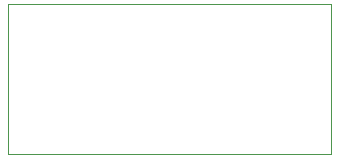
<source format=gbr>
%TF.GenerationSoftware,KiCad,Pcbnew,5.1.4-3.fc31*%
%TF.CreationDate,2019-11-21T18:34:14+01:00*%
%TF.ProjectId,barrel-jack-to-pcb,62617272-656c-42d6-9a61-636b2d746f2d,1.0*%
%TF.SameCoordinates,PX68c4118PY55fe290*%
%TF.FileFunction,Profile,NP*%
%FSLAX46Y46*%
G04 Gerber Fmt 4.6, Leading zero omitted, Abs format (unit mm)*
G04 Created by KiCad (PCBNEW 5.1.4-3.fc31) date 2019-11-21 18:34:14*
%MOMM*%
%LPD*%
G04 APERTURE LIST*
%ADD10C,0.050000*%
G04 APERTURE END LIST*
D10*
X0Y0D02*
X0Y12700000D01*
X27305000Y0D02*
X0Y0D01*
X27305000Y12700000D02*
X27305000Y0D01*
X0Y12700000D02*
X27305000Y12700000D01*
M02*

</source>
